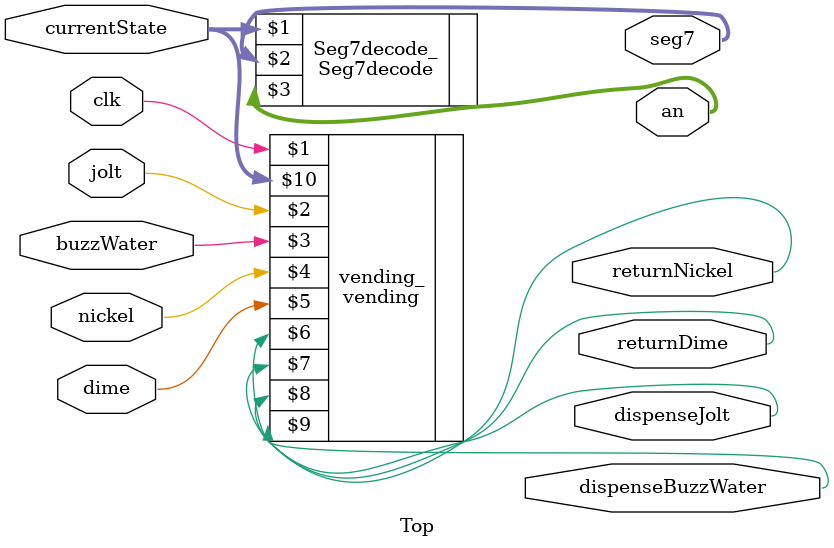
<source format=v>
`timescale 1ns / 1ns
module Top (
    clk,
    jolt,
    buzzWater,
    nickel,
    dime,
    currentState,
    returnNickel,
    returnDime,
    dispenseJolt,
    dispenseBuzzWater,
    seg7,
    an
);
  input clk;
  input jolt;
  input buzzWater;
  input nickel;
  input dime;
  inout [2:0] currentState;
  output returnNickel;
  output returnDime;
  output dispenseJolt;
  output dispenseBuzzWater;
  output [6:0] seg7;
  output [3:0] an;

  vending vending_ (
      clk,
      jolt,
      buzzWater,
      nickel,
      dime,
      returnNickel,
      returnDime,
      dispenseJolt,
      dispenseBuzzWater,
      currentState
  );
  Seg7decode Seg7decode_ (
      currentState,
      seg7,
      an
  );


endmodule

</source>
